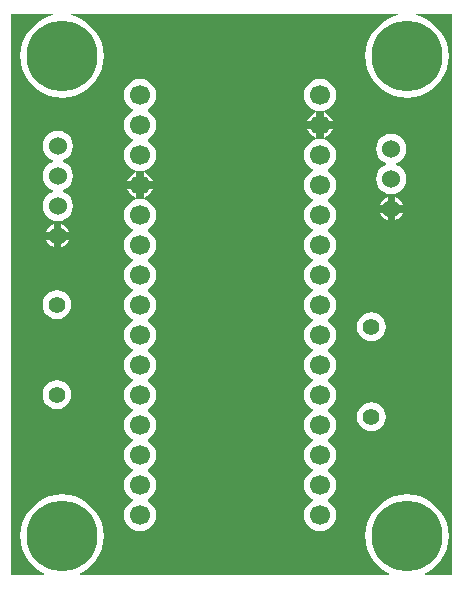
<source format=gtl>
G04 Layer_Physical_Order=1*
G04 Layer_Color=255*
%FSLAX24Y24*%
%MOIN*%
G70*
G01*
G75*
%ADD10C,0.2362*%
%ADD11C,0.0669*%
%ADD12C,0.0600*%
%ADD13C,0.0551*%
G36*
X-36500Y40200D02*
X-37401D01*
X-37411Y40249D01*
X-37371Y40266D01*
X-37186Y40379D01*
X-37020Y40520D01*
X-36879Y40686D01*
X-36766Y40871D01*
X-36682Y41072D01*
X-36632Y41283D01*
X-36615Y41500D01*
X-36632Y41717D01*
X-36682Y41928D01*
X-36766Y42129D01*
X-36879Y42314D01*
X-37020Y42480D01*
X-37186Y42621D01*
X-37371Y42734D01*
X-37572Y42818D01*
X-37783Y42868D01*
X-38000Y42885D01*
X-38217Y42868D01*
X-38428Y42818D01*
X-38629Y42734D01*
X-38814Y42621D01*
X-38980Y42480D01*
X-39121Y42314D01*
X-39234Y42129D01*
X-39318Y41928D01*
X-39368Y41717D01*
X-39385Y41500D01*
X-39368Y41283D01*
X-39318Y41072D01*
X-39234Y40871D01*
X-39121Y40686D01*
X-38980Y40520D01*
X-38814Y40379D01*
X-38629Y40266D01*
X-38589Y40249D01*
X-38599Y40200D01*
X-48901D01*
X-48911Y40249D01*
X-48871Y40266D01*
X-48686Y40379D01*
X-48520Y40520D01*
X-48379Y40686D01*
X-48266Y40871D01*
X-48182Y41072D01*
X-48132Y41283D01*
X-48115Y41500D01*
X-48132Y41717D01*
X-48182Y41928D01*
X-48266Y42129D01*
X-48379Y42314D01*
X-48520Y42480D01*
X-48686Y42621D01*
X-48871Y42734D01*
X-49072Y42818D01*
X-49283Y42868D01*
X-49500Y42885D01*
X-49717Y42868D01*
X-49928Y42818D01*
X-50129Y42734D01*
X-50314Y42621D01*
X-50480Y42480D01*
X-50621Y42314D01*
X-50734Y42129D01*
X-50818Y41928D01*
X-50868Y41717D01*
X-50885Y41500D01*
X-50868Y41283D01*
X-50818Y41072D01*
X-50734Y40871D01*
X-50621Y40686D01*
X-50480Y40520D01*
X-50314Y40379D01*
X-50129Y40266D01*
X-50089Y40249D01*
X-50099Y40200D01*
X-51200D01*
Y58900D01*
X-49799D01*
X-49793Y58850D01*
X-49928Y58818D01*
X-50129Y58734D01*
X-50314Y58621D01*
X-50480Y58480D01*
X-50621Y58314D01*
X-50734Y58129D01*
X-50818Y57928D01*
X-50868Y57717D01*
X-50885Y57500D01*
X-50868Y57283D01*
X-50818Y57072D01*
X-50734Y56871D01*
X-50621Y56686D01*
X-50480Y56520D01*
X-50314Y56379D01*
X-50129Y56266D01*
X-49928Y56182D01*
X-49717Y56132D01*
X-49500Y56115D01*
X-49283Y56132D01*
X-49072Y56182D01*
X-48871Y56266D01*
X-48686Y56379D01*
X-48520Y56520D01*
X-48379Y56686D01*
X-48266Y56871D01*
X-48182Y57072D01*
X-48132Y57283D01*
X-48115Y57500D01*
X-48132Y57717D01*
X-48182Y57928D01*
X-48266Y58129D01*
X-48379Y58314D01*
X-48520Y58480D01*
X-48686Y58621D01*
X-48871Y58734D01*
X-49072Y58818D01*
X-49207Y58850D01*
X-49201Y58900D01*
X-38299D01*
X-38293Y58850D01*
X-38428Y58818D01*
X-38629Y58734D01*
X-38814Y58621D01*
X-38980Y58480D01*
X-39121Y58314D01*
X-39234Y58129D01*
X-39318Y57928D01*
X-39368Y57717D01*
X-39385Y57500D01*
X-39368Y57283D01*
X-39318Y57072D01*
X-39234Y56871D01*
X-39121Y56686D01*
X-38980Y56520D01*
X-38814Y56379D01*
X-38629Y56266D01*
X-38428Y56182D01*
X-38217Y56132D01*
X-38000Y56115D01*
X-37783Y56132D01*
X-37572Y56182D01*
X-37371Y56266D01*
X-37186Y56379D01*
X-37020Y56520D01*
X-36879Y56686D01*
X-36766Y56871D01*
X-36682Y57072D01*
X-36632Y57283D01*
X-36615Y57500D01*
X-36632Y57717D01*
X-36682Y57928D01*
X-36766Y58129D01*
X-36879Y58314D01*
X-37020Y58480D01*
X-37186Y58621D01*
X-37371Y58734D01*
X-37572Y58818D01*
X-37707Y58850D01*
X-37701Y58900D01*
X-36500D01*
Y40200D01*
D02*
G37*
%LPC*%
G36*
X-49520Y51883D02*
Y51620D01*
X-49257D01*
X-49291Y51702D01*
X-49355Y51785D01*
X-49438Y51849D01*
X-49520Y51883D01*
D02*
G37*
G36*
X-49760D02*
X-49842Y51849D01*
X-49925Y51785D01*
X-49989Y51702D01*
X-50023Y51620D01*
X-49760D01*
Y51883D01*
D02*
G37*
G36*
X-49257Y51380D02*
X-49520D01*
Y51117D01*
X-49438Y51151D01*
X-49355Y51215D01*
X-49291Y51298D01*
X-49257Y51380D01*
D02*
G37*
G36*
X-38147Y52280D02*
X-38410D01*
Y52017D01*
X-38329Y52051D01*
X-38245Y52115D01*
X-38181Y52198D01*
X-38147Y52280D01*
D02*
G37*
G36*
X-38650D02*
X-38914D01*
X-38880Y52198D01*
X-38816Y52115D01*
X-38732Y52051D01*
X-38650Y52017D01*
Y52280D01*
D02*
G37*
G36*
X-49640Y55004D02*
X-49771Y54987D01*
X-49892Y54937D01*
X-49997Y54857D01*
X-50077Y54752D01*
X-50127Y54631D01*
X-50144Y54500D01*
X-50127Y54369D01*
X-50077Y54248D01*
X-49997Y54143D01*
X-49892Y54063D01*
X-49805Y54027D01*
Y53973D01*
X-49892Y53937D01*
X-49997Y53857D01*
X-50077Y53752D01*
X-50127Y53631D01*
X-50144Y53500D01*
X-50127Y53369D01*
X-50077Y53248D01*
X-49997Y53143D01*
X-49892Y53063D01*
X-49805Y53027D01*
Y52973D01*
X-49892Y52937D01*
X-49997Y52857D01*
X-50077Y52752D01*
X-50127Y52631D01*
X-50144Y52500D01*
X-50127Y52369D01*
X-50077Y52248D01*
X-49997Y52143D01*
X-49892Y52063D01*
X-49771Y52013D01*
X-49640Y51996D01*
X-49509Y52013D01*
X-49388Y52063D01*
X-49283Y52143D01*
X-49203Y52248D01*
X-49153Y52369D01*
X-49136Y52500D01*
X-49153Y52631D01*
X-49203Y52752D01*
X-49283Y52857D01*
X-49388Y52937D01*
X-49475Y52973D01*
Y53027D01*
X-49388Y53063D01*
X-49283Y53143D01*
X-49203Y53248D01*
X-49153Y53369D01*
X-49136Y53500D01*
X-49153Y53631D01*
X-49203Y53752D01*
X-49283Y53857D01*
X-49388Y53937D01*
X-49475Y53973D01*
Y54027D01*
X-49388Y54063D01*
X-49283Y54143D01*
X-49203Y54248D01*
X-49153Y54369D01*
X-49136Y54500D01*
X-49153Y54631D01*
X-49203Y54752D01*
X-49283Y54857D01*
X-49388Y54937D01*
X-49509Y54987D01*
X-49640Y55004D01*
D02*
G37*
G36*
X-49760Y51380D02*
X-50023D01*
X-49989Y51298D01*
X-49925Y51215D01*
X-49842Y51151D01*
X-49760Y51117D01*
Y51380D01*
D02*
G37*
G36*
X-39190Y45950D02*
X-39314Y45933D01*
X-39430Y45885D01*
X-39529Y45809D01*
X-39605Y45710D01*
X-39653Y45594D01*
X-39670Y45470D01*
X-39653Y45346D01*
X-39605Y45230D01*
X-39529Y45131D01*
X-39430Y45055D01*
X-39314Y45007D01*
X-39190Y44990D01*
X-39066Y45007D01*
X-38950Y45055D01*
X-38851Y45131D01*
X-38775Y45230D01*
X-38727Y45346D01*
X-38710Y45470D01*
X-38727Y45594D01*
X-38775Y45710D01*
X-38851Y45809D01*
X-38950Y45885D01*
X-39066Y45933D01*
X-39190Y45950D01*
D02*
G37*
G36*
X-40900Y54739D02*
X-41007Y54725D01*
Y54725D01*
X-41040Y54721D01*
X-41170Y54667D01*
X-41281Y54581D01*
X-41367Y54470D01*
X-41421Y54340D01*
X-41439Y54200D01*
X-41421Y54060D01*
X-41367Y53930D01*
X-41281Y53819D01*
X-41170Y53733D01*
X-41150Y53725D01*
Y53675D01*
X-41170Y53667D01*
X-41281Y53581D01*
X-41367Y53470D01*
X-41421Y53340D01*
X-41439Y53200D01*
X-41421Y53060D01*
X-41367Y52930D01*
X-41281Y52819D01*
X-41170Y52733D01*
X-41150Y52725D01*
Y52675D01*
X-41170Y52667D01*
X-41281Y52581D01*
X-41367Y52470D01*
X-41421Y52340D01*
X-41439Y52200D01*
X-41421Y52060D01*
X-41367Y51930D01*
X-41281Y51819D01*
X-41170Y51733D01*
X-41150Y51725D01*
Y51675D01*
X-41170Y51667D01*
X-41281Y51581D01*
X-41367Y51470D01*
X-41421Y51340D01*
X-41439Y51200D01*
X-41421Y51060D01*
X-41367Y50930D01*
X-41281Y50819D01*
X-41170Y50733D01*
X-41150Y50725D01*
Y50675D01*
X-41170Y50667D01*
X-41281Y50581D01*
X-41367Y50470D01*
X-41421Y50340D01*
X-41439Y50200D01*
X-41421Y50060D01*
X-41367Y49930D01*
X-41281Y49819D01*
X-41170Y49733D01*
X-41150Y49725D01*
Y49675D01*
X-41170Y49667D01*
X-41281Y49581D01*
X-41367Y49470D01*
X-41421Y49340D01*
X-41439Y49200D01*
X-41421Y49060D01*
X-41367Y48930D01*
X-41281Y48819D01*
X-41170Y48733D01*
X-41150Y48725D01*
Y48675D01*
X-41170Y48667D01*
X-41281Y48581D01*
X-41367Y48470D01*
X-41421Y48340D01*
X-41439Y48200D01*
X-41421Y48060D01*
X-41367Y47930D01*
X-41281Y47819D01*
X-41170Y47733D01*
X-41150Y47725D01*
Y47675D01*
X-41170Y47667D01*
X-41281Y47581D01*
X-41367Y47470D01*
X-41421Y47340D01*
X-41439Y47200D01*
X-41421Y47060D01*
X-41367Y46930D01*
X-41281Y46819D01*
X-41170Y46733D01*
X-41150Y46725D01*
Y46675D01*
X-41170Y46667D01*
X-41281Y46581D01*
X-41367Y46470D01*
X-41421Y46340D01*
X-41439Y46200D01*
X-41421Y46060D01*
X-41367Y45930D01*
X-41281Y45819D01*
X-41170Y45733D01*
X-41150Y45725D01*
Y45675D01*
X-41170Y45667D01*
X-41281Y45581D01*
X-41367Y45470D01*
X-41421Y45340D01*
X-41439Y45200D01*
X-41421Y45060D01*
X-41367Y44930D01*
X-41281Y44819D01*
X-41170Y44733D01*
X-41150Y44725D01*
Y44675D01*
X-41170Y44667D01*
X-41281Y44581D01*
X-41367Y44470D01*
X-41421Y44340D01*
X-41439Y44200D01*
X-41421Y44060D01*
X-41367Y43930D01*
X-41281Y43819D01*
X-41170Y43733D01*
X-41150Y43725D01*
Y43675D01*
X-41170Y43667D01*
X-41281Y43581D01*
X-41367Y43470D01*
X-41421Y43340D01*
X-41439Y43200D01*
X-41421Y43060D01*
X-41367Y42930D01*
X-41281Y42819D01*
X-41170Y42733D01*
X-41150Y42725D01*
Y42675D01*
X-41170Y42667D01*
X-41281Y42581D01*
X-41367Y42470D01*
X-41421Y42340D01*
X-41439Y42200D01*
X-41421Y42060D01*
X-41367Y41930D01*
X-41281Y41819D01*
X-41170Y41733D01*
X-41040Y41679D01*
X-40900Y41661D01*
X-40760Y41679D01*
X-40630Y41733D01*
X-40519Y41819D01*
X-40433Y41930D01*
X-40379Y42060D01*
X-40361Y42200D01*
X-40379Y42340D01*
X-40433Y42470D01*
X-40519Y42581D01*
X-40630Y42667D01*
X-40650Y42675D01*
Y42725D01*
X-40630Y42733D01*
X-40519Y42819D01*
X-40433Y42930D01*
X-40379Y43060D01*
X-40361Y43200D01*
X-40379Y43340D01*
X-40433Y43470D01*
X-40519Y43581D01*
X-40630Y43667D01*
X-40650Y43675D01*
Y43725D01*
X-40630Y43733D01*
X-40519Y43819D01*
X-40433Y43930D01*
X-40379Y44060D01*
X-40361Y44200D01*
X-40379Y44340D01*
X-40433Y44470D01*
X-40519Y44581D01*
X-40630Y44667D01*
X-40650Y44675D01*
Y44725D01*
X-40630Y44733D01*
X-40519Y44819D01*
X-40433Y44930D01*
X-40379Y45060D01*
X-40361Y45200D01*
X-40379Y45340D01*
X-40433Y45470D01*
X-40519Y45581D01*
X-40630Y45667D01*
X-40650Y45675D01*
Y45725D01*
X-40630Y45733D01*
X-40519Y45819D01*
X-40433Y45930D01*
X-40379Y46060D01*
X-40361Y46200D01*
X-40379Y46340D01*
X-40433Y46470D01*
X-40519Y46581D01*
X-40630Y46667D01*
X-40650Y46675D01*
Y46725D01*
X-40630Y46733D01*
X-40519Y46819D01*
X-40433Y46930D01*
X-40379Y47060D01*
X-40361Y47200D01*
X-40379Y47340D01*
X-40433Y47470D01*
X-40519Y47581D01*
X-40630Y47667D01*
X-40650Y47675D01*
Y47725D01*
X-40630Y47733D01*
X-40519Y47819D01*
X-40433Y47930D01*
X-40379Y48060D01*
X-40361Y48200D01*
X-40379Y48340D01*
X-40433Y48470D01*
X-40519Y48581D01*
X-40630Y48667D01*
X-40650Y48675D01*
Y48725D01*
X-40630Y48733D01*
X-40519Y48819D01*
X-40433Y48930D01*
X-40379Y49060D01*
X-40361Y49200D01*
X-40379Y49340D01*
X-40433Y49470D01*
X-40519Y49581D01*
X-40630Y49667D01*
X-40650Y49675D01*
Y49725D01*
X-40630Y49733D01*
X-40519Y49819D01*
X-40433Y49930D01*
X-40379Y50060D01*
X-40361Y50200D01*
X-40379Y50340D01*
X-40433Y50470D01*
X-40519Y50581D01*
X-40630Y50667D01*
X-40650Y50675D01*
Y50725D01*
X-40630Y50733D01*
X-40519Y50819D01*
X-40433Y50930D01*
X-40379Y51060D01*
X-40361Y51200D01*
X-40379Y51340D01*
X-40433Y51470D01*
X-40519Y51581D01*
X-40630Y51667D01*
X-40650Y51675D01*
Y51725D01*
X-40630Y51733D01*
X-40519Y51819D01*
X-40433Y51930D01*
X-40379Y52060D01*
X-40361Y52200D01*
X-40379Y52340D01*
X-40433Y52470D01*
X-40519Y52581D01*
X-40630Y52667D01*
X-40650Y52675D01*
Y52725D01*
X-40630Y52733D01*
X-40519Y52819D01*
X-40433Y52930D01*
X-40379Y53060D01*
X-40361Y53200D01*
X-40379Y53340D01*
X-40433Y53470D01*
X-40519Y53581D01*
X-40630Y53667D01*
X-40650Y53675D01*
Y53725D01*
X-40630Y53733D01*
X-40519Y53819D01*
X-40433Y53930D01*
X-40379Y54060D01*
X-40361Y54200D01*
X-40379Y54340D01*
X-40433Y54470D01*
X-40519Y54581D01*
X-40630Y54667D01*
X-40760Y54721D01*
X-40793Y54725D01*
Y54725D01*
X-40900Y54739D01*
D02*
G37*
G36*
X-46900Y52739D02*
X-47007Y52725D01*
Y52725D01*
X-47040Y52721D01*
X-47170Y52667D01*
X-47281Y52581D01*
X-47367Y52470D01*
X-47421Y52340D01*
X-47439Y52200D01*
X-47421Y52060D01*
X-47367Y51930D01*
X-47281Y51819D01*
X-47170Y51733D01*
X-47150Y51725D01*
Y51675D01*
X-47170Y51667D01*
X-47281Y51581D01*
X-47367Y51470D01*
X-47421Y51340D01*
X-47439Y51200D01*
X-47421Y51060D01*
X-47367Y50930D01*
X-47281Y50819D01*
X-47170Y50733D01*
X-47150Y50725D01*
Y50675D01*
X-47170Y50667D01*
X-47281Y50581D01*
X-47367Y50470D01*
X-47421Y50340D01*
X-47439Y50200D01*
X-47421Y50060D01*
X-47367Y49930D01*
X-47281Y49819D01*
X-47170Y49733D01*
X-47150Y49725D01*
Y49675D01*
X-47170Y49667D01*
X-47281Y49581D01*
X-47367Y49470D01*
X-47421Y49340D01*
X-47439Y49200D01*
X-47421Y49060D01*
X-47367Y48930D01*
X-47281Y48819D01*
X-47170Y48733D01*
X-47150Y48725D01*
Y48675D01*
X-47170Y48667D01*
X-47281Y48581D01*
X-47367Y48470D01*
X-47421Y48340D01*
X-47439Y48200D01*
X-47421Y48060D01*
X-47367Y47930D01*
X-47281Y47819D01*
X-47170Y47733D01*
X-47150Y47725D01*
Y47675D01*
X-47170Y47667D01*
X-47281Y47581D01*
X-47367Y47470D01*
X-47421Y47340D01*
X-47439Y47200D01*
X-47421Y47060D01*
X-47367Y46930D01*
X-47281Y46819D01*
X-47170Y46733D01*
X-47150Y46725D01*
Y46675D01*
X-47170Y46667D01*
X-47281Y46581D01*
X-47367Y46470D01*
X-47421Y46340D01*
X-47439Y46200D01*
X-47421Y46060D01*
X-47367Y45930D01*
X-47281Y45819D01*
X-47170Y45733D01*
X-47150Y45725D01*
Y45675D01*
X-47170Y45667D01*
X-47281Y45581D01*
X-47367Y45470D01*
X-47421Y45340D01*
X-47439Y45200D01*
X-47421Y45060D01*
X-47367Y44930D01*
X-47281Y44819D01*
X-47170Y44733D01*
X-47150Y44725D01*
Y44675D01*
X-47170Y44667D01*
X-47281Y44581D01*
X-47367Y44470D01*
X-47421Y44340D01*
X-47439Y44200D01*
X-47421Y44060D01*
X-47367Y43930D01*
X-47281Y43819D01*
X-47170Y43733D01*
X-47150Y43725D01*
Y43675D01*
X-47170Y43667D01*
X-47281Y43581D01*
X-47367Y43470D01*
X-47421Y43340D01*
X-47439Y43200D01*
X-47421Y43060D01*
X-47367Y42930D01*
X-47281Y42819D01*
X-47170Y42733D01*
X-47150Y42725D01*
Y42675D01*
X-47170Y42667D01*
X-47281Y42581D01*
X-47367Y42470D01*
X-47421Y42340D01*
X-47439Y42200D01*
X-47421Y42060D01*
X-47367Y41930D01*
X-47281Y41819D01*
X-47170Y41733D01*
X-47040Y41679D01*
X-46900Y41661D01*
X-46760Y41679D01*
X-46630Y41733D01*
X-46519Y41819D01*
X-46433Y41930D01*
X-46379Y42060D01*
X-46361Y42200D01*
X-46379Y42340D01*
X-46433Y42470D01*
X-46519Y42581D01*
X-46630Y42667D01*
X-46650Y42675D01*
Y42725D01*
X-46630Y42733D01*
X-46519Y42819D01*
X-46433Y42930D01*
X-46379Y43060D01*
X-46361Y43200D01*
X-46379Y43340D01*
X-46433Y43470D01*
X-46519Y43581D01*
X-46630Y43667D01*
X-46650Y43675D01*
Y43725D01*
X-46630Y43733D01*
X-46519Y43819D01*
X-46433Y43930D01*
X-46379Y44060D01*
X-46361Y44200D01*
X-46379Y44340D01*
X-46433Y44470D01*
X-46519Y44581D01*
X-46630Y44667D01*
X-46650Y44675D01*
Y44725D01*
X-46630Y44733D01*
X-46519Y44819D01*
X-46433Y44930D01*
X-46379Y45060D01*
X-46361Y45200D01*
X-46379Y45340D01*
X-46433Y45470D01*
X-46519Y45581D01*
X-46630Y45667D01*
X-46650Y45675D01*
Y45725D01*
X-46630Y45733D01*
X-46519Y45819D01*
X-46433Y45930D01*
X-46379Y46060D01*
X-46361Y46200D01*
X-46379Y46340D01*
X-46433Y46470D01*
X-46519Y46581D01*
X-46630Y46667D01*
X-46650Y46675D01*
Y46725D01*
X-46630Y46733D01*
X-46519Y46819D01*
X-46433Y46930D01*
X-46379Y47060D01*
X-46361Y47200D01*
X-46379Y47340D01*
X-46433Y47470D01*
X-46519Y47581D01*
X-46630Y47667D01*
X-46650Y47675D01*
Y47725D01*
X-46630Y47733D01*
X-46519Y47819D01*
X-46433Y47930D01*
X-46379Y48060D01*
X-46361Y48200D01*
X-46379Y48340D01*
X-46433Y48470D01*
X-46519Y48581D01*
X-46630Y48667D01*
X-46650Y48675D01*
Y48725D01*
X-46630Y48733D01*
X-46519Y48819D01*
X-46433Y48930D01*
X-46379Y49060D01*
X-46361Y49200D01*
X-46379Y49340D01*
X-46433Y49470D01*
X-46519Y49581D01*
X-46630Y49667D01*
X-46650Y49675D01*
Y49725D01*
X-46630Y49733D01*
X-46519Y49819D01*
X-46433Y49930D01*
X-46379Y50060D01*
X-46361Y50200D01*
X-46379Y50340D01*
X-46433Y50470D01*
X-46519Y50581D01*
X-46630Y50667D01*
X-46650Y50675D01*
Y50725D01*
X-46630Y50733D01*
X-46519Y50819D01*
X-46433Y50930D01*
X-46379Y51060D01*
X-46361Y51200D01*
X-46379Y51340D01*
X-46433Y51470D01*
X-46519Y51581D01*
X-46630Y51667D01*
X-46650Y51675D01*
Y51725D01*
X-46630Y51733D01*
X-46519Y51819D01*
X-46433Y51930D01*
X-46379Y52060D01*
X-46361Y52200D01*
X-46379Y52340D01*
X-46433Y52470D01*
X-46519Y52581D01*
X-46630Y52667D01*
X-46760Y52721D01*
X-46793Y52725D01*
Y52725D01*
X-46900Y52739D01*
D02*
G37*
G36*
X-49670Y49690D02*
X-49794Y49673D01*
X-49910Y49625D01*
X-50009Y49549D01*
X-50085Y49450D01*
X-50133Y49334D01*
X-50150Y49210D01*
X-50133Y49086D01*
X-50085Y48970D01*
X-50009Y48871D01*
X-49910Y48795D01*
X-49794Y48747D01*
X-49670Y48730D01*
X-49546Y48747D01*
X-49430Y48795D01*
X-49331Y48871D01*
X-49255Y48970D01*
X-49207Y49086D01*
X-49190Y49210D01*
X-49207Y49334D01*
X-49255Y49450D01*
X-49331Y49549D01*
X-49430Y49625D01*
X-49546Y49673D01*
X-49670Y49690D01*
D02*
G37*
G36*
X-39190Y48950D02*
X-39314Y48933D01*
X-39430Y48885D01*
X-39529Y48809D01*
X-39605Y48710D01*
X-39653Y48594D01*
X-39670Y48470D01*
X-39653Y48346D01*
X-39605Y48230D01*
X-39529Y48131D01*
X-39430Y48055D01*
X-39314Y48007D01*
X-39190Y47990D01*
X-39066Y48007D01*
X-38950Y48055D01*
X-38851Y48131D01*
X-38775Y48230D01*
X-38727Y48346D01*
X-38710Y48470D01*
X-38727Y48594D01*
X-38775Y48710D01*
X-38851Y48809D01*
X-38950Y48885D01*
X-39066Y48933D01*
X-39190Y48950D01*
D02*
G37*
G36*
X-49670Y46690D02*
X-49794Y46673D01*
X-49910Y46625D01*
X-50009Y46549D01*
X-50085Y46450D01*
X-50133Y46334D01*
X-50150Y46210D01*
X-50133Y46086D01*
X-50085Y45970D01*
X-50009Y45871D01*
X-49910Y45795D01*
X-49794Y45747D01*
X-49670Y45730D01*
X-49546Y45747D01*
X-49430Y45795D01*
X-49331Y45871D01*
X-49255Y45970D01*
X-49207Y46086D01*
X-49190Y46210D01*
X-49207Y46334D01*
X-49255Y46450D01*
X-49331Y46549D01*
X-49430Y46625D01*
X-49546Y46673D01*
X-49670Y46690D01*
D02*
G37*
G36*
X-40479Y55080D02*
X-40780D01*
Y54779D01*
X-40681Y54820D01*
X-40590Y54890D01*
X-40520Y54981D01*
X-40479Y55080D01*
D02*
G37*
G36*
X-41020D02*
X-41321D01*
X-41280Y54981D01*
X-41210Y54890D01*
X-41119Y54820D01*
X-41020Y54779D01*
Y55080D01*
D02*
G37*
G36*
X-46900Y56739D02*
X-47040Y56721D01*
X-47170Y56667D01*
X-47281Y56581D01*
X-47367Y56470D01*
X-47421Y56340D01*
X-47439Y56200D01*
X-47421Y56060D01*
X-47367Y55930D01*
X-47281Y55819D01*
X-47170Y55733D01*
X-47150Y55725D01*
Y55675D01*
X-47170Y55667D01*
X-47281Y55581D01*
X-47367Y55470D01*
X-47421Y55340D01*
X-47439Y55200D01*
X-47421Y55060D01*
X-47367Y54930D01*
X-47281Y54819D01*
X-47170Y54733D01*
X-47150Y54725D01*
Y54675D01*
X-47170Y54667D01*
X-47281Y54581D01*
X-47367Y54470D01*
X-47421Y54340D01*
X-47439Y54200D01*
X-47421Y54060D01*
X-47367Y53930D01*
X-47281Y53819D01*
X-47170Y53733D01*
X-47040Y53679D01*
X-47007Y53675D01*
Y53675D01*
X-46900Y53661D01*
X-46793Y53675D01*
Y53675D01*
X-46760Y53679D01*
X-46630Y53733D01*
X-46519Y53819D01*
X-46433Y53930D01*
X-46379Y54060D01*
X-46361Y54200D01*
X-46379Y54340D01*
X-46433Y54470D01*
X-46519Y54581D01*
X-46630Y54667D01*
X-46650Y54675D01*
Y54725D01*
X-46630Y54733D01*
X-46519Y54819D01*
X-46433Y54930D01*
X-46379Y55060D01*
X-46361Y55200D01*
X-46379Y55340D01*
X-46433Y55470D01*
X-46519Y55581D01*
X-46630Y55667D01*
X-46650Y55675D01*
Y55725D01*
X-46630Y55733D01*
X-46519Y55819D01*
X-46433Y55930D01*
X-46379Y56060D01*
X-46361Y56200D01*
X-46379Y56340D01*
X-46433Y56470D01*
X-46519Y56581D01*
X-46630Y56667D01*
X-46760Y56721D01*
X-46900Y56739D01*
D02*
G37*
G36*
X-40900D02*
X-41040Y56721D01*
X-41170Y56667D01*
X-41281Y56581D01*
X-41367Y56470D01*
X-41421Y56340D01*
X-41439Y56200D01*
X-41421Y56060D01*
X-41367Y55930D01*
X-41281Y55819D01*
X-41170Y55733D01*
X-41040Y55679D01*
X-41007Y55675D01*
Y55675D01*
X-40900Y55661D01*
X-40793Y55675D01*
Y55675D01*
X-40760Y55679D01*
X-40630Y55733D01*
X-40519Y55819D01*
X-40433Y55930D01*
X-40379Y56060D01*
X-40361Y56200D01*
X-40379Y56340D01*
X-40433Y56470D01*
X-40519Y56581D01*
X-40630Y56667D01*
X-40760Y56721D01*
X-40900Y56739D01*
D02*
G37*
G36*
X-40780Y55621D02*
Y55320D01*
X-40479D01*
X-40520Y55419D01*
X-40590Y55510D01*
X-40681Y55580D01*
X-40780Y55621D01*
D02*
G37*
G36*
X-41020D02*
X-41119Y55580D01*
X-41210Y55510D01*
X-41280Y55419D01*
X-41321Y55320D01*
X-41020D01*
Y55621D01*
D02*
G37*
G36*
X-46780Y53621D02*
Y53320D01*
X-46479D01*
X-46520Y53419D01*
X-46590Y53510D01*
X-46681Y53580D01*
X-46780Y53621D01*
D02*
G37*
G36*
X-47020Y53080D02*
X-47321D01*
X-47280Y52981D01*
X-47210Y52890D01*
X-47119Y52820D01*
X-47020Y52779D01*
Y53080D01*
D02*
G37*
G36*
X-38410Y52783D02*
Y52520D01*
X-38147D01*
X-38181Y52602D01*
X-38245Y52685D01*
X-38329Y52749D01*
X-38410Y52783D01*
D02*
G37*
G36*
X-38650D02*
X-38732Y52749D01*
X-38816Y52685D01*
X-38880Y52602D01*
X-38914Y52520D01*
X-38650D01*
Y52783D01*
D02*
G37*
G36*
X-47020Y53621D02*
X-47119Y53580D01*
X-47210Y53510D01*
X-47280Y53419D01*
X-47321Y53320D01*
X-47020D01*
Y53621D01*
D02*
G37*
G36*
X-38530Y54904D02*
X-38661Y54887D01*
X-38782Y54837D01*
X-38887Y54757D01*
X-38967Y54652D01*
X-39017Y54531D01*
X-39035Y54400D01*
X-39017Y54269D01*
X-38967Y54148D01*
X-38887Y54043D01*
X-38782Y53963D01*
X-38695Y53927D01*
Y53873D01*
X-38782Y53837D01*
X-38887Y53757D01*
X-38967Y53652D01*
X-39017Y53531D01*
X-39035Y53400D01*
X-39017Y53269D01*
X-38967Y53148D01*
X-38887Y53043D01*
X-38782Y52963D01*
X-38661Y52913D01*
X-38530Y52896D01*
X-38400Y52913D01*
X-38278Y52963D01*
X-38174Y53043D01*
X-38094Y53148D01*
X-38043Y53269D01*
X-38026Y53400D01*
X-38043Y53531D01*
X-38094Y53652D01*
X-38174Y53757D01*
X-38278Y53837D01*
X-38366Y53873D01*
Y53927D01*
X-38278Y53963D01*
X-38174Y54043D01*
X-38094Y54148D01*
X-38043Y54269D01*
X-38026Y54400D01*
X-38043Y54531D01*
X-38094Y54652D01*
X-38174Y54757D01*
X-38278Y54837D01*
X-38400Y54887D01*
X-38530Y54904D01*
D02*
G37*
G36*
X-46479Y53080D02*
X-46780D01*
Y52779D01*
X-46681Y52820D01*
X-46590Y52890D01*
X-46520Y52981D01*
X-46479Y53080D01*
D02*
G37*
%LPD*%
G54D10*
X-49500Y41500D02*
D03*
X-38000D02*
D03*
Y57500D02*
D03*
X-49500D02*
D03*
G54D11*
X-46900Y56200D02*
D03*
X-40900D02*
D03*
X-46900Y55200D02*
D03*
Y54200D02*
D03*
Y50200D02*
D03*
Y53200D02*
D03*
Y52200D02*
D03*
Y51200D02*
D03*
Y49200D02*
D03*
Y48200D02*
D03*
Y47200D02*
D03*
Y46200D02*
D03*
Y45200D02*
D03*
Y44200D02*
D03*
Y43200D02*
D03*
Y42200D02*
D03*
X-40900D02*
D03*
Y43200D02*
D03*
Y44200D02*
D03*
Y45200D02*
D03*
Y46200D02*
D03*
Y47200D02*
D03*
Y48200D02*
D03*
Y49200D02*
D03*
Y50200D02*
D03*
Y51200D02*
D03*
Y52200D02*
D03*
Y53200D02*
D03*
Y54200D02*
D03*
Y55200D02*
D03*
G54D12*
X-49640Y51500D02*
D03*
Y52500D02*
D03*
Y53500D02*
D03*
Y54500D02*
D03*
X-38530Y52400D02*
D03*
Y53400D02*
D03*
Y54400D02*
D03*
G54D13*
X-49670Y49210D02*
D03*
Y46210D02*
D03*
X-39190Y45470D02*
D03*
Y48470D02*
D03*
M02*

</source>
